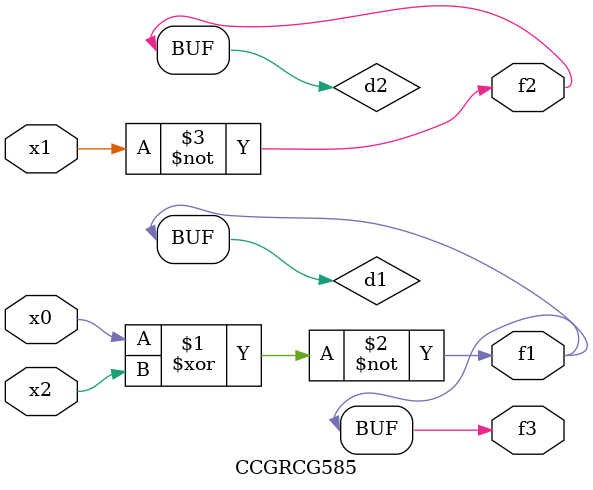
<source format=v>
module CCGRCG585(
	input x0, x1, x2,
	output f1, f2, f3
);

	wire d1, d2, d3;

	xnor (d1, x0, x2);
	nand (d2, x1);
	nor (d3, x1, x2);
	assign f1 = d1;
	assign f2 = d2;
	assign f3 = d1;
endmodule

</source>
